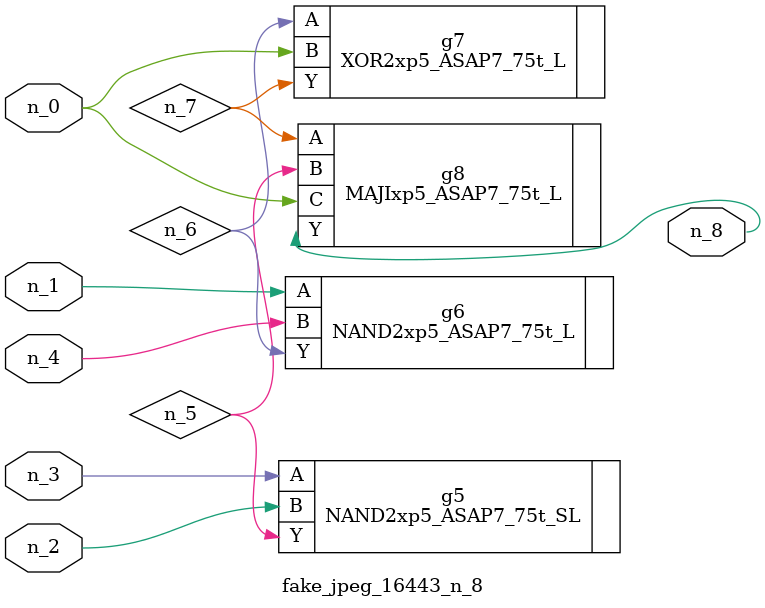
<source format=v>
module fake_jpeg_16443_n_8 (n_3, n_2, n_1, n_0, n_4, n_8);

input n_3;
input n_2;
input n_1;
input n_0;
input n_4;

output n_8;

wire n_6;
wire n_5;
wire n_7;

NAND2xp5_ASAP7_75t_SL g5 ( 
.A(n_3),
.B(n_2),
.Y(n_5)
);

NAND2xp5_ASAP7_75t_L g6 ( 
.A(n_1),
.B(n_4),
.Y(n_6)
);

XOR2xp5_ASAP7_75t_L g7 ( 
.A(n_6),
.B(n_0),
.Y(n_7)
);

MAJIxp5_ASAP7_75t_L g8 ( 
.A(n_7),
.B(n_5),
.C(n_0),
.Y(n_8)
);


endmodule
</source>
